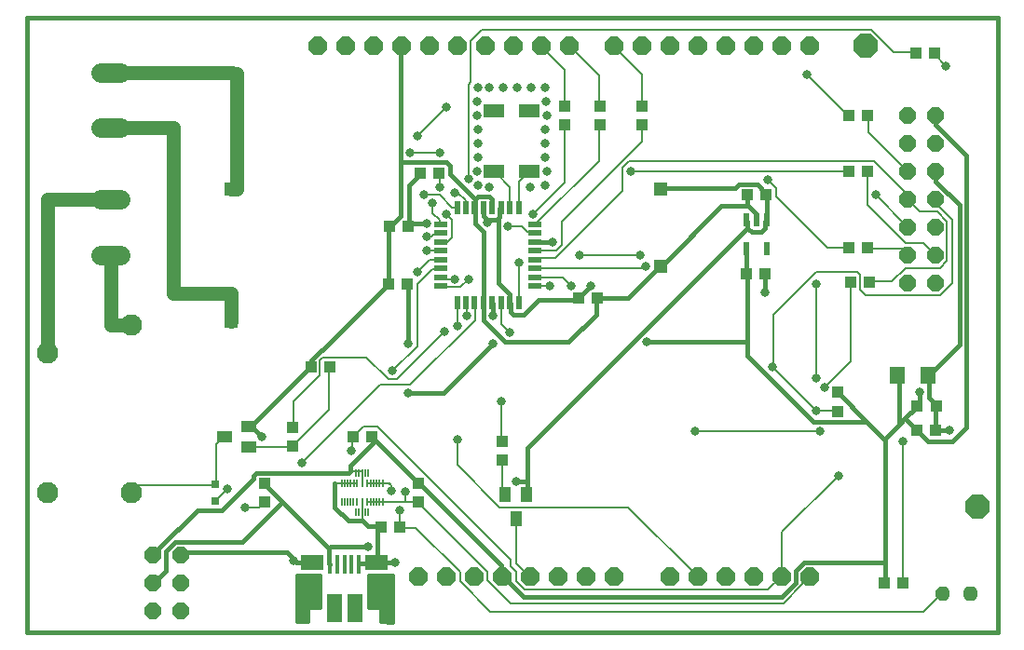
<source format=gbl>
G75*
%MOIN*%
%OFA0B0*%
%FSLAX25Y25*%
%IPPOS*%
%LPD*%
%AMOC8*
5,1,8,0,0,1.08239X$1,22.5*
%
%ADD10C,0.01600*%
%ADD11R,0.05512X0.06299*%
%ADD12R,0.04331X0.03937*%
%ADD13R,0.03937X0.04331*%
%ADD14R,0.02165X0.04724*%
%ADD15R,0.07480X0.05118*%
%ADD16OC8,0.08500*%
%ADD17OC8,0.06600*%
%ADD18C,0.07050*%
%ADD19OC8,0.06000*%
%ADD20R,0.02200X0.05000*%
%ADD21R,0.05000X0.02200*%
%ADD22R,0.01575X0.06732*%
%ADD23R,0.07874X0.05748*%
%ADD24R,0.05413X0.09843*%
%ADD25C,0.01040*%
%ADD26R,0.01121X0.02756*%
%ADD27R,0.05150X0.05150*%
%ADD28R,0.03150X0.03150*%
%ADD29R,0.05512X0.03937*%
%ADD30R,0.03937X0.05512*%
%ADD31C,0.07677*%
%ADD32C,0.00800*%
%ADD33C,0.03169*%
%ADD34C,0.05000*%
D10*
X0001800Y0005000D02*
X0349300Y0005000D01*
X0349300Y0225000D01*
X0001800Y0225000D01*
X0001800Y0005000D01*
X0046800Y0022500D02*
X0047076Y0022717D01*
X0051505Y0027146D01*
X0051505Y0034035D01*
X0054950Y0037480D01*
X0079064Y0037480D01*
X0093335Y0051752D01*
X0086938Y0058150D01*
X0086800Y0058346D01*
X0083001Y0060118D02*
X0083001Y0061102D01*
X0083985Y0062087D01*
X0116957Y0062087D01*
X0117450Y0062579D01*
X0117450Y0062500D01*
X0117450Y0062579D02*
X0117450Y0064547D01*
X0126308Y0073406D01*
X0125146Y0075000D01*
X0125324Y0074882D01*
X0141564Y0058642D01*
X0141800Y0058346D01*
X0142548Y0058150D01*
X0171583Y0029114D01*
X0171583Y0025177D01*
X0171800Y0025000D01*
X0172568Y0024685D01*
X0179457Y0017795D01*
X0271977Y0017795D01*
X0276898Y0022717D01*
X0276898Y0027146D01*
X0279851Y0030098D01*
X0308887Y0030098D01*
X0308887Y0022717D01*
X0308454Y0022500D01*
X0308887Y0030098D02*
X0308887Y0074390D01*
X0308394Y0074390D01*
X0301997Y0080787D01*
X0301505Y0080295D01*
X0283296Y0080295D01*
X0259674Y0103917D01*
X0259674Y0108839D01*
X0223749Y0108839D01*
X0205540Y0118681D02*
X0195698Y0108839D01*
X0173060Y0108839D01*
X0165186Y0116713D01*
X0165186Y0122618D01*
X0165225Y0123100D01*
X0165186Y0123110D01*
X0165186Y0148209D01*
X0162233Y0151161D01*
X0162233Y0156575D01*
X0162076Y0156900D01*
X0162233Y0157067D01*
X0162233Y0160020D01*
X0153375Y0168878D01*
X0153375Y0171831D01*
X0151898Y0173307D01*
X0135658Y0173307D01*
X0135658Y0214646D01*
X0135800Y0215000D01*
X0135658Y0173307D02*
X0135658Y0154114D01*
X0132213Y0150669D01*
X0131576Y0150262D01*
X0131229Y0150177D01*
X0131229Y0130000D01*
X0131251Y0129552D01*
X0130737Y0129016D01*
X0107607Y0105886D01*
X0107115Y0105886D01*
X0103670Y0102441D01*
X0103670Y0100472D01*
X0103454Y0100000D01*
X0103178Y0099980D01*
X0081524Y0078327D01*
X0081131Y0078740D01*
X0082509Y0078327D01*
X0085954Y0074882D01*
X0083001Y0060118D02*
X0071682Y0048799D01*
X0062824Y0048799D01*
X0049044Y0035020D01*
X0049044Y0034528D01*
X0047076Y0032559D01*
X0046800Y0032500D01*
X0056800Y0032500D02*
X0056918Y0032559D01*
X0057902Y0033543D01*
X0094812Y0033543D01*
X0097519Y0030837D01*
X0097272Y0030591D01*
X0097519Y0030837D02*
X0098257Y0030098D01*
X0103670Y0030098D01*
X0104044Y0029961D01*
X0106613Y0025256D02*
X0098444Y0025256D01*
X0098444Y0015138D01*
X0098454Y0015156D01*
X0098454Y0008857D01*
X0102400Y0008839D01*
X0102400Y0014154D01*
X0106613Y0014154D01*
X0106613Y0025256D01*
X0106613Y0024182D02*
X0098444Y0024182D01*
X0098444Y0022584D02*
X0106613Y0022584D01*
X0106613Y0020985D02*
X0098444Y0020985D01*
X0098444Y0019387D02*
X0106613Y0019387D01*
X0106613Y0017788D02*
X0098444Y0017788D01*
X0098444Y0016190D02*
X0106613Y0016190D01*
X0106613Y0014591D02*
X0098454Y0014591D01*
X0098454Y0012993D02*
X0102400Y0012993D01*
X0102400Y0011394D02*
X0098454Y0011394D01*
X0098454Y0009796D02*
X0102400Y0009796D01*
X0124379Y0014154D02*
X0124379Y0025256D01*
X0132548Y0025256D01*
X0132548Y0015138D01*
X0132560Y0015116D01*
X0132560Y0008817D01*
X0128591Y0008839D01*
X0128591Y0014154D01*
X0124379Y0014154D01*
X0124379Y0014591D02*
X0132560Y0014591D01*
X0132560Y0012993D02*
X0128591Y0012993D01*
X0128591Y0011394D02*
X0132560Y0011394D01*
X0132560Y0009796D02*
X0128591Y0009796D01*
X0132548Y0016190D02*
X0124379Y0016190D01*
X0124379Y0017788D02*
X0132548Y0017788D01*
X0132548Y0019387D02*
X0124379Y0019387D01*
X0124379Y0020985D02*
X0132548Y0020985D01*
X0132548Y0022584D02*
X0124379Y0022584D01*
X0124379Y0024182D02*
X0132548Y0024182D01*
X0133690Y0030098D02*
X0127784Y0030098D01*
X0126879Y0029961D01*
X0127292Y0030591D01*
X0127292Y0042402D01*
X0128454Y0042500D01*
X0128276Y0042894D01*
X0123847Y0042894D01*
X0121879Y0044862D01*
X0116957Y0044862D01*
X0112036Y0049783D01*
X0112036Y0058248D01*
X0093335Y0051752D02*
X0110068Y0035020D01*
X0110560Y0035512D01*
X0123847Y0035512D01*
X0126879Y0029961D02*
X0126800Y0029606D01*
X0120894Y0029606D01*
X0120580Y0029449D01*
X0110343Y0029449D02*
X0110068Y0029606D01*
X0110068Y0035020D01*
X0121879Y0044862D02*
X0121800Y0045000D01*
X0176997Y0059134D02*
X0180934Y0059134D01*
X0180934Y0054705D01*
X0180540Y0054331D01*
X0180934Y0059134D02*
X0180934Y0070945D01*
X0259674Y0149685D01*
X0261150Y0148209D01*
X0264595Y0148209D01*
X0266072Y0149685D01*
X0266072Y0152146D01*
X0266742Y0152547D01*
X0266564Y0152638D01*
X0266564Y0161496D01*
X0266161Y0161705D01*
X0266072Y0162480D01*
X0263119Y0165433D01*
X0256721Y0165433D01*
X0255245Y0163957D01*
X0228670Y0163957D01*
X0228572Y0163622D01*
X0250324Y0157559D02*
X0229162Y0136398D01*
X0228572Y0136063D01*
X0228178Y0135906D01*
X0216859Y0124587D01*
X0206524Y0124587D01*
X0206069Y0124552D01*
X0205540Y0124094D01*
X0205540Y0118681D01*
X0199143Y0124094D02*
X0199376Y0124552D01*
X0199635Y0125079D01*
X0203572Y0129016D01*
X0199143Y0124094D02*
X0184871Y0124094D01*
X0179457Y0118681D01*
X0176013Y0118681D01*
X0175028Y0119665D01*
X0175028Y0122618D01*
X0174674Y0123100D01*
X0174536Y0123602D01*
X0174536Y0126063D01*
X0170599Y0130000D01*
X0170599Y0152146D01*
X0170107Y0152638D01*
X0171091Y0153622D01*
X0171091Y0156575D01*
X0171524Y0156900D01*
X0168375Y0156900D02*
X0168139Y0157067D01*
X0168139Y0160020D01*
X0167154Y0161004D01*
X0163217Y0161004D01*
X0162233Y0160020D01*
X0165225Y0156900D02*
X0165186Y0156575D01*
X0165186Y0154114D01*
X0166662Y0152638D01*
X0166662Y0151654D01*
X0166662Y0152638D02*
X0170107Y0152638D01*
X0183700Y0144724D02*
X0183887Y0144764D01*
X0189792Y0144764D01*
X0168375Y0123100D02*
X0168631Y0122618D01*
X0168631Y0118189D01*
X0168631Y0108346D02*
X0150914Y0090630D01*
X0138119Y0090630D01*
X0138119Y0108346D02*
X0138119Y0129508D01*
X0137944Y0129552D01*
X0138269Y0150262D02*
X0139103Y0151161D01*
X0145009Y0151161D01*
X0138611Y0150669D02*
X0138269Y0150262D01*
X0138611Y0150669D02*
X0138611Y0164941D01*
X0142548Y0168878D01*
X0142717Y0169366D01*
X0250324Y0157559D02*
X0259182Y0157559D01*
X0259674Y0158051D01*
X0262627Y0155098D01*
X0262627Y0152638D01*
X0263002Y0152547D01*
X0259674Y0152146D02*
X0259262Y0152547D01*
X0259674Y0152146D02*
X0259674Y0149685D01*
X0259262Y0142310D02*
X0259182Y0142303D01*
X0259182Y0133445D01*
X0259226Y0133183D01*
X0259674Y0132461D01*
X0259674Y0108839D01*
X0266072Y0126555D02*
X0266072Y0132953D01*
X0265919Y0133183D01*
X0259674Y0158051D02*
X0259674Y0161496D01*
X0259468Y0161705D01*
X0327095Y0166417D02*
X0335461Y0158051D01*
X0335461Y0107854D01*
X0325127Y0097520D01*
X0324356Y0097154D01*
X0324635Y0097028D01*
X0324635Y0089154D01*
X0327095Y0086693D01*
X0327108Y0085946D01*
X0327095Y0085709D01*
X0327095Y0077343D01*
X0327073Y0077321D01*
X0327587Y0077343D01*
X0332017Y0077343D01*
X0333001Y0073406D02*
X0337922Y0078327D01*
X0337922Y0175768D01*
X0327095Y0186594D01*
X0327095Y0189547D01*
X0326800Y0190000D01*
X0326800Y0170000D02*
X0327095Y0169862D01*
X0327095Y0166417D01*
X0313332Y0097154D02*
X0313808Y0097028D01*
X0313808Y0080295D01*
X0314300Y0079803D01*
X0308887Y0074390D01*
X0314300Y0079803D02*
X0316022Y0081526D01*
X0320206Y0077343D01*
X0320381Y0077321D01*
X0320698Y0076850D01*
X0324143Y0073406D01*
X0333001Y0073406D01*
X0321190Y0086201D02*
X0320415Y0085946D01*
X0320206Y0085709D01*
X0316022Y0081526D01*
X0321190Y0086201D02*
X0321190Y0091122D01*
X0301997Y0080787D02*
X0292154Y0090630D01*
X0291800Y0090846D01*
D11*
X0313332Y0097154D03*
X0324356Y0097154D03*
D12*
X0327108Y0085946D03*
X0320415Y0085946D03*
X0320381Y0077321D03*
X0327073Y0077321D03*
X0291800Y0084154D03*
X0291800Y0090846D03*
X0265919Y0133183D03*
X0259226Y0133183D03*
X0259468Y0161705D03*
X0266161Y0161705D03*
X0295954Y0190000D03*
X0302646Y0190000D03*
X0221800Y0186654D03*
X0221800Y0193346D03*
X0206800Y0193346D03*
X0206800Y0186654D03*
X0194300Y0186654D03*
X0194300Y0193346D03*
X0138269Y0150262D03*
X0131576Y0150262D03*
X0131251Y0129552D03*
X0137944Y0129552D03*
X0199376Y0124552D03*
X0206069Y0124552D03*
X0171800Y0073346D03*
X0171800Y0066654D03*
X0141800Y0058346D03*
X0141800Y0051654D03*
X0096800Y0071654D03*
X0096800Y0078346D03*
X0086800Y0058346D03*
X0086800Y0051654D03*
D13*
X0118454Y0075000D03*
X0125146Y0075000D03*
X0110146Y0100000D03*
X0103454Y0100000D03*
X0128454Y0042500D03*
X0135146Y0042500D03*
X0296690Y0130435D03*
X0303383Y0130435D03*
X0302646Y0142500D03*
X0295954Y0142500D03*
X0295954Y0170000D03*
X0302646Y0170000D03*
X0319799Y0212375D03*
X0326492Y0212375D03*
X0149410Y0169366D03*
X0142717Y0169366D03*
X0308454Y0022500D03*
X0315146Y0022500D03*
D14*
X0266742Y0142310D03*
X0259262Y0142310D03*
X0259262Y0152547D03*
X0263002Y0152547D03*
X0266742Y0152547D03*
D15*
X0181550Y0169881D03*
X0168952Y0169881D03*
X0168952Y0191535D03*
X0181550Y0191535D03*
D16*
X0301800Y0215000D03*
X0341800Y0050000D03*
D17*
X0281800Y0025000D03*
X0271800Y0025000D03*
X0261800Y0025000D03*
X0251800Y0025000D03*
X0241800Y0025000D03*
X0231800Y0025000D03*
X0211800Y0025000D03*
X0201800Y0025000D03*
X0191800Y0025000D03*
X0181800Y0025000D03*
X0171800Y0025000D03*
X0161800Y0025000D03*
X0151800Y0025000D03*
X0141800Y0025000D03*
X0145800Y0215000D03*
X0155800Y0215000D03*
X0165800Y0215000D03*
X0175800Y0215000D03*
X0185800Y0215000D03*
X0195800Y0215000D03*
X0211800Y0215000D03*
X0221800Y0215000D03*
X0231800Y0215000D03*
X0241800Y0215000D03*
X0251800Y0215000D03*
X0261800Y0215000D03*
X0271800Y0215000D03*
X0281800Y0215000D03*
X0135800Y0215000D03*
X0125800Y0215000D03*
X0115800Y0215000D03*
X0105800Y0215000D03*
D18*
X0035325Y0205236D02*
X0028275Y0205236D01*
X0028275Y0185551D02*
X0035325Y0185551D01*
X0035325Y0159843D02*
X0028275Y0159843D01*
X0028275Y0140157D02*
X0035325Y0140157D01*
D19*
X0046800Y0032500D03*
X0056800Y0032500D03*
X0056800Y0022500D03*
X0046800Y0022500D03*
X0046800Y0012500D03*
X0056800Y0012500D03*
X0316800Y0130000D03*
X0326800Y0130000D03*
X0326800Y0140000D03*
X0316800Y0140000D03*
X0316800Y0150000D03*
X0326800Y0150000D03*
X0326800Y0160000D03*
X0316800Y0160000D03*
X0316800Y0170000D03*
X0326800Y0170000D03*
X0326800Y0180000D03*
X0316800Y0180000D03*
X0316800Y0190000D03*
X0326800Y0190000D03*
D20*
X0177824Y0156900D03*
X0174674Y0156900D03*
X0171524Y0156900D03*
X0168375Y0156900D03*
X0165225Y0156900D03*
X0162076Y0156900D03*
X0158926Y0156900D03*
X0155776Y0156900D03*
X0155776Y0123100D03*
X0158926Y0123100D03*
X0162076Y0123100D03*
X0165225Y0123100D03*
X0168375Y0123100D03*
X0171524Y0123100D03*
X0174674Y0123100D03*
X0177824Y0123100D03*
D21*
X0183700Y0128976D03*
X0183700Y0132126D03*
X0183700Y0135276D03*
X0183700Y0138425D03*
X0183700Y0141575D03*
X0183700Y0144724D03*
X0183700Y0147874D03*
X0183700Y0151024D03*
X0149900Y0151024D03*
X0149900Y0147874D03*
X0149900Y0144724D03*
X0149900Y0141575D03*
X0149900Y0138425D03*
X0149900Y0135276D03*
X0149900Y0132126D03*
X0149900Y0128976D03*
D22*
X0120580Y0029449D03*
X0118020Y0029449D03*
X0115461Y0029449D03*
X0112902Y0029449D03*
X0110343Y0029449D03*
D23*
X0104044Y0029961D03*
X0126879Y0029961D03*
D24*
X0119152Y0013583D03*
X0111770Y0013583D03*
D25*
X0329691Y0017457D02*
X0330211Y0016937D01*
X0328489Y0016937D01*
X0327271Y0018155D01*
X0327271Y0019877D01*
X0328489Y0021095D01*
X0330211Y0021095D01*
X0331429Y0019877D01*
X0331429Y0018155D01*
X0330211Y0016937D01*
X0329888Y0017717D01*
X0328812Y0017717D01*
X0328051Y0018478D01*
X0328051Y0019554D01*
X0328812Y0020315D01*
X0329888Y0020315D01*
X0330649Y0019554D01*
X0330649Y0018478D01*
X0329888Y0017717D01*
X0329565Y0018497D01*
X0329135Y0018497D01*
X0328831Y0018801D01*
X0328831Y0019231D01*
X0329135Y0019535D01*
X0329565Y0019535D01*
X0329869Y0019231D01*
X0329869Y0018801D01*
X0329565Y0018497D01*
X0339591Y0017457D02*
X0340111Y0016937D01*
X0338389Y0016937D01*
X0337171Y0018155D01*
X0337171Y0019877D01*
X0338389Y0021095D01*
X0340111Y0021095D01*
X0341329Y0019877D01*
X0341329Y0018155D01*
X0340111Y0016937D01*
X0339788Y0017717D01*
X0338712Y0017717D01*
X0337951Y0018478D01*
X0337951Y0019554D01*
X0338712Y0020315D01*
X0339788Y0020315D01*
X0340549Y0019554D01*
X0340549Y0018478D01*
X0339788Y0017717D01*
X0339465Y0018497D01*
X0339035Y0018497D01*
X0338731Y0018801D01*
X0338731Y0019231D01*
X0339035Y0019535D01*
X0339465Y0019535D01*
X0339769Y0019231D01*
X0339769Y0018801D01*
X0339465Y0018497D01*
D26*
X0129133Y0051753D03*
X0128059Y0051753D03*
X0126975Y0051753D03*
X0125910Y0051751D03*
X0124838Y0051751D03*
X0123769Y0051752D03*
X0121800Y0051752D03*
X0121800Y0049796D03*
X0121798Y0047921D03*
X0120733Y0047919D03*
X0119661Y0047919D03*
X0122882Y0047921D03*
X0123957Y0047921D03*
X0119831Y0051752D03*
X0118743Y0051752D03*
X0117668Y0051752D03*
X0116584Y0051752D03*
X0115519Y0051750D03*
X0114447Y0051750D03*
X0114488Y0058240D03*
X0115559Y0058240D03*
X0116624Y0058243D03*
X0117708Y0058243D03*
X0118783Y0058243D03*
X0119831Y0058248D03*
X0121800Y0058248D03*
X0123769Y0058248D03*
X0124827Y0058233D03*
X0125898Y0058233D03*
X0126964Y0058235D03*
X0128048Y0058235D03*
X0129122Y0058235D03*
X0123957Y0062076D03*
X0122882Y0062076D03*
X0121798Y0062076D03*
X0120733Y0062074D03*
X0119661Y0062074D03*
X0121798Y0060445D03*
D27*
X0075028Y0116378D03*
X0075028Y0163622D03*
X0228572Y0163622D03*
X0228572Y0136063D03*
D28*
X0069300Y0057953D03*
X0069300Y0052047D03*
D29*
X0081131Y0071260D03*
X0072469Y0075000D03*
X0081131Y0078740D03*
D30*
X0173060Y0054331D03*
X0180540Y0054331D03*
X0176800Y0045669D03*
D31*
X0039300Y0054921D03*
X0009300Y0054921D03*
X0009300Y0104921D03*
X0039300Y0114921D03*
D32*
X0097272Y0087677D02*
X0097272Y0078819D01*
X0096800Y0078346D01*
X0097272Y0071929D02*
X0096800Y0071654D01*
X0096780Y0071437D01*
X0081524Y0071437D01*
X0081131Y0071260D01*
X0072469Y0075000D02*
X0072174Y0074882D01*
X0069713Y0072421D01*
X0069713Y0058150D01*
X0069300Y0057953D01*
X0069221Y0057657D01*
X0042154Y0057657D01*
X0039694Y0055197D01*
X0039300Y0054921D01*
X0069300Y0052047D02*
X0069713Y0052244D01*
X0073650Y0056181D01*
X0080048Y0049783D02*
X0084969Y0049783D01*
X0086446Y0051260D01*
X0086800Y0051654D01*
X0100225Y0065531D02*
X0128276Y0093583D01*
X0139103Y0093583D01*
X0162233Y0116713D01*
X0162233Y0122618D01*
X0162076Y0123100D01*
X0159280Y0122618D02*
X0158926Y0123100D01*
X0159280Y0122618D02*
X0159280Y0118189D01*
X0155835Y0114744D02*
X0155835Y0122618D01*
X0155776Y0123100D01*
X0156820Y0128524D02*
X0149930Y0128524D01*
X0149900Y0128976D01*
X0150422Y0131476D02*
X0149930Y0131969D01*
X0149900Y0132126D01*
X0150422Y0131476D02*
X0154851Y0131476D01*
X0156820Y0128524D02*
X0159772Y0131476D01*
X0149900Y0135276D02*
X0149438Y0134921D01*
X0146977Y0134921D01*
X0141564Y0129508D01*
X0141564Y0107362D01*
X0132706Y0098504D01*
X0134182Y0095551D02*
X0131229Y0095551D01*
X0123355Y0103425D01*
X0107607Y0103425D01*
X0106623Y0102441D01*
X0106623Y0097028D01*
X0097272Y0087677D01*
X0110068Y0084724D02*
X0097272Y0071929D01*
X0117942Y0069961D02*
X0118434Y0070453D01*
X0118434Y0074882D01*
X0118454Y0075000D01*
X0118926Y0075374D01*
X0122371Y0078819D01*
X0127292Y0078819D01*
X0175028Y0031083D01*
X0175028Y0028622D01*
X0176997Y0026654D01*
X0176997Y0023209D01*
X0179950Y0020256D01*
X0267056Y0020256D01*
X0271800Y0025000D01*
X0271977Y0025177D01*
X0271977Y0040925D01*
X0292154Y0061102D01*
X0315284Y0073406D02*
X0315284Y0022717D01*
X0315146Y0022500D01*
X0322666Y0012382D02*
X0329064Y0018780D01*
X0329350Y0019016D01*
X0322666Y0012382D02*
X0167646Y0012382D01*
X0156820Y0023209D01*
X0156820Y0026654D01*
X0141072Y0042402D01*
X0135166Y0042402D01*
X0135146Y0042500D01*
X0135166Y0042894D01*
X0135166Y0048799D01*
X0137135Y0051752D02*
X0132213Y0051752D01*
X0132200Y0051800D01*
X0131800Y0051800D01*
X0131800Y0051752D01*
X0123769Y0051752D01*
X0121800Y0051752D02*
X0121800Y0045000D01*
X0137135Y0051752D02*
X0137135Y0055197D01*
X0132213Y0055689D02*
X0132213Y0057657D01*
X0131721Y0058150D01*
X0131721Y0058248D01*
X0131800Y0058248D01*
X0131800Y0058200D01*
X0131721Y0058248D02*
X0123769Y0058248D01*
X0121800Y0058248D02*
X0121800Y0062500D01*
X0117450Y0062500D01*
X0117400Y0062500D01*
X0119831Y0058248D02*
X0112036Y0058248D01*
X0137135Y0051752D02*
X0141564Y0051752D01*
X0141800Y0051654D01*
X0142056Y0051260D01*
X0166662Y0026654D01*
X0166662Y0023701D01*
X0175028Y0015335D01*
X0272469Y0015335D01*
X0279359Y0022224D01*
X0279359Y0022717D01*
X0281328Y0024685D01*
X0281800Y0025000D01*
X0241800Y0025000D02*
X0241465Y0025177D01*
X0216859Y0049783D01*
X0171091Y0049783D01*
X0155835Y0065039D01*
X0155835Y0073898D01*
X0171583Y0073406D02*
X0171800Y0073346D01*
X0171583Y0073406D02*
X0171583Y0087677D01*
X0171800Y0066654D02*
X0172076Y0066516D01*
X0172076Y0055689D01*
X0173060Y0054705D01*
X0173060Y0054331D01*
X0176800Y0045669D02*
X0176997Y0045354D01*
X0176997Y0029606D01*
X0181426Y0025177D01*
X0181800Y0025000D01*
X0240973Y0076850D02*
X0285757Y0076850D01*
X0284280Y0084232D02*
X0268532Y0099980D01*
X0269024Y0099980D01*
X0269024Y0118681D01*
X0284280Y0133937D01*
X0299044Y0133937D01*
X0300028Y0132953D01*
X0300028Y0127539D01*
X0301997Y0125571D01*
X0328572Y0125571D01*
X0333001Y0130000D01*
X0333001Y0152638D01*
X0327095Y0158543D01*
X0327095Y0159528D01*
X0326800Y0160000D01*
X0327587Y0155591D02*
X0321190Y0155591D01*
X0317253Y0159528D01*
X0316800Y0160000D01*
X0316761Y0160020D01*
X0316761Y0161988D01*
X0304950Y0173799D01*
X0217351Y0173799D01*
X0214891Y0171339D01*
X0214891Y0162972D01*
X0190776Y0138858D01*
X0183887Y0138858D01*
X0183700Y0138425D01*
X0183700Y0141575D02*
X0183887Y0141811D01*
X0191269Y0141811D01*
X0193237Y0143780D01*
X0193237Y0152146D01*
X0221780Y0180689D01*
X0221780Y0186594D01*
X0221800Y0186654D01*
X0221800Y0193346D02*
X0221780Y0193484D01*
X0221780Y0204803D01*
X0211938Y0214646D01*
X0211800Y0215000D01*
X0206524Y0204311D02*
X0196190Y0214646D01*
X0195800Y0215000D01*
X0194221Y0206280D02*
X0185855Y0214646D01*
X0185800Y0215000D01*
X0194221Y0206280D02*
X0194221Y0193484D01*
X0194300Y0193346D01*
X0194300Y0186654D02*
X0194221Y0186594D01*
X0194221Y0165925D01*
X0182902Y0154606D01*
X0183887Y0151161D02*
X0183700Y0151024D01*
X0183887Y0151161D02*
X0206524Y0173799D01*
X0206524Y0186594D01*
X0206800Y0186654D01*
X0206800Y0193346D02*
X0206524Y0193484D01*
X0206524Y0204311D01*
X0164694Y0220551D02*
X0160757Y0216614D01*
X0160757Y0201850D01*
X0159772Y0200866D01*
X0159772Y0167402D01*
X0155835Y0162480D02*
X0158788Y0159528D01*
X0158788Y0157067D01*
X0158926Y0156900D01*
X0155776Y0156900D02*
X0155343Y0157067D01*
X0153867Y0157067D01*
X0149438Y0161496D01*
X0144024Y0161496D01*
X0146977Y0158543D02*
X0146977Y0155098D01*
X0149438Y0152638D01*
X0149438Y0151161D01*
X0149900Y0151024D01*
X0149900Y0147874D02*
X0149438Y0147717D01*
X0147469Y0147717D01*
X0146485Y0146732D01*
X0145009Y0146732D01*
X0149900Y0144724D02*
X0149930Y0144764D01*
X0152391Y0144764D01*
X0153867Y0146240D01*
X0153867Y0152638D01*
X0151898Y0154606D01*
X0154851Y0162480D02*
X0155835Y0162480D01*
X0149438Y0164449D02*
X0149438Y0168878D01*
X0149410Y0169366D01*
X0149438Y0176752D02*
X0139103Y0176752D01*
X0141564Y0182657D02*
X0151898Y0192992D01*
X0168952Y0169881D02*
X0169123Y0169862D01*
X0174536Y0164449D01*
X0174536Y0157067D01*
X0174674Y0156900D01*
X0177824Y0156900D02*
X0177981Y0157067D01*
X0177981Y0166417D01*
X0181426Y0169862D01*
X0181550Y0169881D01*
X0178965Y0150177D02*
X0174044Y0150177D01*
X0178965Y0150177D02*
X0180934Y0148209D01*
X0183394Y0148209D01*
X0183700Y0147874D01*
X0199635Y0139843D02*
X0221288Y0139843D01*
X0223257Y0135906D02*
X0222765Y0135413D01*
X0183887Y0135413D01*
X0183700Y0135276D01*
X0183700Y0132126D02*
X0183887Y0131969D01*
X0193729Y0131969D01*
X0196682Y0129016D01*
X0188808Y0129016D02*
X0183887Y0129016D01*
X0183700Y0128976D01*
X0177981Y0123110D02*
X0177824Y0123100D01*
X0177981Y0123110D02*
X0177981Y0137382D01*
X0171524Y0123100D02*
X0171583Y0122618D01*
X0171583Y0115236D01*
X0174536Y0112283D01*
X0151406Y0112776D02*
X0134182Y0095551D01*
X0110560Y0099980D02*
X0110146Y0100000D01*
X0110068Y0099980D01*
X0110068Y0084724D01*
X0141564Y0133937D02*
X0145993Y0138366D01*
X0149438Y0138366D01*
X0149900Y0138425D01*
X0149900Y0141575D02*
X0149438Y0141811D01*
X0145009Y0141811D01*
X0217843Y0169862D02*
X0295599Y0169862D01*
X0295954Y0170000D01*
X0302489Y0169862D02*
X0302646Y0170000D01*
X0302489Y0169862D02*
X0302489Y0158051D01*
X0316269Y0144272D01*
X0322666Y0144272D01*
X0326603Y0140335D01*
X0326800Y0140000D01*
X0331032Y0137874D02*
X0328572Y0135413D01*
X0316269Y0135413D01*
X0311347Y0130492D01*
X0303473Y0130492D01*
X0303383Y0130435D01*
X0296690Y0130435D02*
X0296583Y0130000D01*
X0296583Y0101949D01*
X0287233Y0092598D01*
X0284280Y0096043D02*
X0284280Y0129508D01*
X0288217Y0142795D02*
X0270009Y0161004D01*
X0270009Y0163957D01*
X0267056Y0166909D01*
X0295599Y0190039D02*
X0295954Y0190000D01*
X0295599Y0190039D02*
X0280835Y0204803D01*
X0302646Y0190000D02*
X0302981Y0189547D01*
X0302981Y0184134D01*
X0316761Y0170354D01*
X0316800Y0170000D01*
X0305442Y0161496D02*
X0316761Y0150177D01*
X0316800Y0150000D01*
X0327587Y0155591D02*
X0331032Y0152146D01*
X0331032Y0137874D01*
X0316800Y0140000D02*
X0316761Y0140335D01*
X0314792Y0142303D01*
X0302981Y0142303D01*
X0302646Y0142500D01*
X0295954Y0142500D02*
X0295599Y0142795D01*
X0288217Y0142795D01*
X0291662Y0084232D02*
X0284280Y0084232D01*
X0291662Y0084232D02*
X0291800Y0084154D01*
X0330540Y0207756D02*
X0326111Y0212185D01*
X0326492Y0212375D01*
X0319799Y0212375D02*
X0319713Y0212677D01*
X0311839Y0212677D01*
X0303965Y0220551D01*
X0164694Y0220551D01*
D33*
X0163217Y0200000D03*
X0167233Y0200000D03*
X0172233Y0200000D03*
X0177233Y0200000D03*
X0182233Y0200000D03*
X0187233Y0200000D03*
X0187627Y0195000D03*
X0188020Y0190000D03*
X0187233Y0185000D03*
X0187233Y0180000D03*
X0187233Y0175000D03*
X0188020Y0170000D03*
X0187233Y0165000D03*
X0181800Y0164449D03*
X0182902Y0154606D03*
X0174044Y0150177D03*
X0166662Y0151654D03*
X0151898Y0154606D03*
X0146977Y0158543D03*
X0144024Y0161496D03*
X0149438Y0164449D03*
X0154851Y0162480D03*
X0159772Y0167402D03*
X0162824Y0170000D03*
X0163217Y0165000D03*
X0167233Y0164449D03*
X0163217Y0175000D03*
X0163217Y0180000D03*
X0163217Y0185000D03*
X0162824Y0190000D03*
X0162824Y0195000D03*
X0151898Y0192992D03*
X0141564Y0182657D03*
X0139103Y0176752D03*
X0149438Y0176752D03*
X0145009Y0151161D03*
X0145009Y0146732D03*
X0145009Y0141811D03*
X0141564Y0133937D03*
X0154851Y0131476D03*
X0159772Y0131476D03*
X0159280Y0118189D03*
X0155835Y0114744D03*
X0151406Y0112776D03*
X0138119Y0108346D03*
X0132706Y0098504D03*
X0138119Y0090630D03*
X0155835Y0073898D03*
X0171583Y0087677D03*
X0168631Y0108346D03*
X0174536Y0112283D03*
X0168631Y0118189D03*
X0188808Y0129016D03*
X0196682Y0129016D03*
X0203572Y0129016D03*
X0199635Y0139843D03*
X0189792Y0144764D03*
X0177981Y0137382D03*
X0221288Y0139843D03*
X0223257Y0135906D03*
X0266072Y0126555D03*
X0284280Y0129508D03*
X0268532Y0099980D03*
X0284280Y0096043D03*
X0287233Y0092598D03*
X0284280Y0084232D03*
X0285757Y0076850D03*
X0292154Y0061102D03*
X0315284Y0073406D03*
X0332017Y0077343D03*
X0321190Y0091122D03*
X0240973Y0076850D03*
X0223749Y0108839D03*
X0176997Y0059134D03*
X0137135Y0055197D03*
X0132213Y0055689D03*
X0135166Y0048799D03*
X0123847Y0035512D03*
X0133690Y0030098D03*
X0097272Y0030591D03*
X0080048Y0049783D03*
X0073650Y0056181D03*
X0100225Y0065531D03*
X0085954Y0074882D03*
X0117942Y0069961D03*
X0267056Y0166909D03*
X0305442Y0161496D03*
X0280835Y0204803D03*
X0330540Y0207756D03*
X0217843Y0169862D03*
D34*
X0076800Y0163622D02*
X0075028Y0163622D01*
X0076800Y0163622D02*
X0076800Y0205000D01*
X0075028Y0205236D01*
X0031800Y0205236D01*
X0031800Y0185551D02*
X0054300Y0185551D01*
X0054300Y0126378D01*
X0075028Y0126378D01*
X0075028Y0116378D01*
X0039300Y0115000D02*
X0039300Y0114921D01*
X0039300Y0115000D02*
X0031800Y0115000D01*
X0031800Y0140157D01*
X0031800Y0159843D02*
X0009300Y0159843D01*
X0009300Y0104921D01*
M02*

</source>
